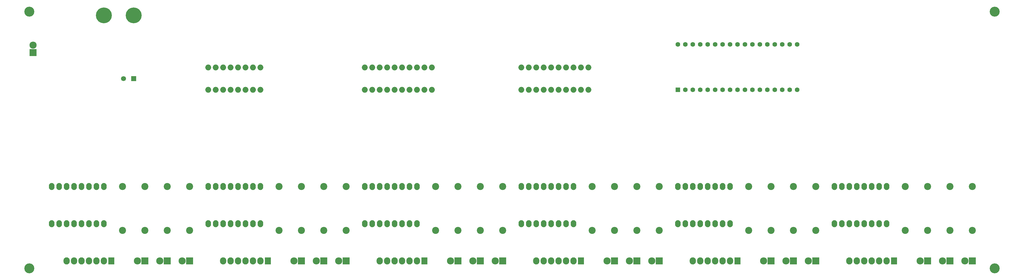
<source format=gbr>
G04 #@! TF.FileFunction,Soldermask,Top*
%FSLAX46Y46*%
G04 Gerber Fmt 4.6, Leading zero omitted, Abs format (unit mm)*
G04 Created by KiCad (PCBNEW 4.0.3-stable) date 09/05/16 17:50:14*
%MOMM*%
%LPD*%
G01*
G04 APERTURE LIST*
%ADD10C,0.100000*%
%ADD11O,2.000000X2.000000*%
%ADD12C,1.600000*%
%ADD13R,1.600000X1.600000*%
%ADD14C,2.398980*%
%ADD15C,3.400000*%
%ADD16C,1.700000*%
%ADD17R,1.700000X1.700000*%
%ADD18R,2.127200X2.432000*%
%ADD19O,2.127200X2.432000*%
%ADD20R,2.432000X2.432000*%
%ADD21O,2.432000X2.432000*%
%ADD22O,1.900000X2.400000*%
%ADD23C,5.401260*%
G04 APERTURE END LIST*
D10*
D11*
X214630000Y-104140000D03*
X217170000Y-104140000D03*
X219710000Y-104140000D03*
X222250000Y-104140000D03*
X224790000Y-104140000D03*
X227330000Y-104140000D03*
X229870000Y-104140000D03*
X232410000Y-104140000D03*
X234950000Y-104140000D03*
X237490000Y-104140000D03*
X237490000Y-96520000D03*
X234950000Y-96520000D03*
X232410000Y-96520000D03*
X229870000Y-96520000D03*
X227330000Y-96520000D03*
X224790000Y-96520000D03*
X222250000Y-96520000D03*
X219710000Y-96520000D03*
X217170000Y-96520000D03*
X214630000Y-96520000D03*
D12*
X267970000Y-88644000D03*
X270510000Y-88644000D03*
X273050000Y-88644000D03*
X275590000Y-88644000D03*
X278130000Y-88644000D03*
X280670000Y-88644000D03*
X283210000Y-88644000D03*
X285750000Y-88644000D03*
X288290000Y-88644000D03*
X290830000Y-88644000D03*
X293370000Y-88644000D03*
X295910000Y-88644000D03*
X298450000Y-88644000D03*
X300990000Y-88644000D03*
X303530000Y-88644000D03*
X306070000Y-88644000D03*
X308610000Y-88644000D03*
D13*
X267970000Y-104136000D03*
D12*
X270510000Y-104136000D03*
X273050000Y-104136000D03*
X275590000Y-104136000D03*
X278130000Y-104136000D03*
X280670000Y-104136000D03*
X283210000Y-104136000D03*
X285750000Y-104136000D03*
X288290000Y-104136000D03*
X290830000Y-104136000D03*
X293370000Y-104136000D03*
X295910000Y-104136000D03*
X298450000Y-104136000D03*
X300990000Y-104136000D03*
X303530000Y-104136000D03*
X306070000Y-104136000D03*
X308610000Y-104136000D03*
D14*
X353060000Y-137160000D03*
X353060000Y-152160000D03*
D15*
X46990000Y-165100000D03*
X46990000Y-77470000D03*
X375920000Y-165100000D03*
D16*
X79050000Y-100330000D03*
D17*
X82550000Y-100330000D03*
D18*
X74930000Y-162560000D03*
D19*
X72390000Y-162560000D03*
X69850000Y-162560000D03*
X67310000Y-162560000D03*
X64770000Y-162560000D03*
X62230000Y-162560000D03*
X59690000Y-162560000D03*
D20*
X86360000Y-162560000D03*
D21*
X83820000Y-162560000D03*
D20*
X93980000Y-162560000D03*
D21*
X91440000Y-162560000D03*
D20*
X101600000Y-162560000D03*
D21*
X99060000Y-162560000D03*
D18*
X128270000Y-162560000D03*
D19*
X125730000Y-162560000D03*
X123190000Y-162560000D03*
X120650000Y-162560000D03*
X118110000Y-162560000D03*
X115570000Y-162560000D03*
X113030000Y-162560000D03*
D20*
X139700000Y-162560000D03*
D21*
X137160000Y-162560000D03*
D11*
X107950000Y-104140000D03*
X110490000Y-104140000D03*
X113030000Y-104140000D03*
X115570000Y-104140000D03*
X118110000Y-104140000D03*
X120650000Y-104140000D03*
X123190000Y-104140000D03*
X125730000Y-104140000D03*
X125730000Y-96520000D03*
X123190000Y-96520000D03*
X120650000Y-96520000D03*
X118110000Y-96520000D03*
X115570000Y-96520000D03*
X113030000Y-96520000D03*
X110490000Y-96520000D03*
X107950000Y-96520000D03*
D20*
X147320000Y-162560000D03*
D21*
X144780000Y-162560000D03*
D20*
X154940000Y-162560000D03*
D21*
X152400000Y-162560000D03*
D18*
X181610000Y-162560000D03*
D19*
X179070000Y-162560000D03*
X176530000Y-162560000D03*
X173990000Y-162560000D03*
X171450000Y-162560000D03*
X168910000Y-162560000D03*
X166370000Y-162560000D03*
D20*
X193040000Y-162560000D03*
D21*
X190500000Y-162560000D03*
D11*
X161290000Y-104140000D03*
X163830000Y-104140000D03*
X166370000Y-104140000D03*
X168910000Y-104140000D03*
X171450000Y-104140000D03*
X173990000Y-104140000D03*
X176530000Y-104140000D03*
X179070000Y-104140000D03*
X181610000Y-104140000D03*
X184150000Y-104140000D03*
X184150000Y-96520000D03*
X181610000Y-96520000D03*
X179070000Y-96520000D03*
X176530000Y-96520000D03*
X173990000Y-96520000D03*
X171450000Y-96520000D03*
X168910000Y-96520000D03*
X166370000Y-96520000D03*
X163830000Y-96520000D03*
X161290000Y-96520000D03*
D20*
X200660000Y-162560000D03*
D21*
X198120000Y-162560000D03*
D20*
X208280000Y-162560000D03*
D21*
X205740000Y-162560000D03*
D18*
X234950000Y-162560000D03*
D19*
X232410000Y-162560000D03*
X229870000Y-162560000D03*
X227330000Y-162560000D03*
X224790000Y-162560000D03*
X222250000Y-162560000D03*
X219710000Y-162560000D03*
D20*
X246380000Y-162560000D03*
D21*
X243840000Y-162560000D03*
D20*
X254000000Y-162560000D03*
D21*
X251460000Y-162560000D03*
D20*
X261620000Y-162560000D03*
D21*
X259080000Y-162560000D03*
D18*
X288290000Y-162560000D03*
D19*
X285750000Y-162560000D03*
X283210000Y-162560000D03*
X280670000Y-162560000D03*
X278130000Y-162560000D03*
X275590000Y-162560000D03*
X273050000Y-162560000D03*
D20*
X299720000Y-162560000D03*
D21*
X297180000Y-162560000D03*
D20*
X307340000Y-162560000D03*
D21*
X304800000Y-162560000D03*
D20*
X314960000Y-162560000D03*
D21*
X312420000Y-162560000D03*
D18*
X341630000Y-162560000D03*
D19*
X339090000Y-162560000D03*
X336550000Y-162560000D03*
X334010000Y-162560000D03*
X331470000Y-162560000D03*
X328930000Y-162560000D03*
X326390000Y-162560000D03*
D20*
X353060000Y-162560000D03*
D21*
X350520000Y-162560000D03*
D20*
X360680000Y-162560000D03*
D21*
X358140000Y-162560000D03*
D20*
X368300000Y-162560000D03*
D21*
X365760000Y-162560000D03*
D14*
X78740000Y-137160000D03*
X78740000Y-152160000D03*
X86360000Y-137160000D03*
X86360000Y-152160000D03*
X93980000Y-137160000D03*
X93980000Y-152160000D03*
X101600000Y-137160000D03*
X101600000Y-152160000D03*
X132080000Y-137160000D03*
X132080000Y-152160000D03*
X139700000Y-137160000D03*
X139700000Y-152160000D03*
X147320000Y-137160000D03*
X147320000Y-152160000D03*
X154940000Y-137160000D03*
X154940000Y-152160000D03*
X185420000Y-137160000D03*
X185420000Y-152160000D03*
X193040000Y-137160000D03*
X193040000Y-152160000D03*
X200660000Y-137160000D03*
X200660000Y-152160000D03*
X208280000Y-137160000D03*
X208280000Y-152160000D03*
X238760000Y-137160000D03*
X238760000Y-152160000D03*
X246380000Y-137160000D03*
X246380000Y-152160000D03*
X254000000Y-137160000D03*
X254000000Y-152160000D03*
X261620000Y-137160000D03*
X261620000Y-152160000D03*
X292100000Y-137160000D03*
X292100000Y-152160000D03*
X299720000Y-137160000D03*
X299720000Y-152160000D03*
X307340000Y-137160000D03*
X307340000Y-152160000D03*
X314960000Y-137160000D03*
X314960000Y-152160000D03*
X345440000Y-137160000D03*
X345440000Y-152160000D03*
X360680000Y-137160000D03*
X360680000Y-152160000D03*
X368300000Y-137160000D03*
X368300000Y-152160000D03*
D22*
X72390000Y-149860000D03*
X72390000Y-137160000D03*
X69850000Y-149860000D03*
X69850000Y-137160000D03*
X67310000Y-149860000D03*
X67310000Y-137160000D03*
X64770000Y-149860000D03*
X64770000Y-137160000D03*
X62230000Y-149860000D03*
X62230000Y-137160000D03*
X59690000Y-149860000D03*
X59690000Y-137160000D03*
X57150000Y-149860000D03*
X57150000Y-137160000D03*
X54610000Y-149860000D03*
X54610000Y-137160000D03*
X125730000Y-149860000D03*
X125730000Y-137160000D03*
X123190000Y-149860000D03*
X123190000Y-137160000D03*
X120650000Y-149860000D03*
X120650000Y-137160000D03*
X118110000Y-149860000D03*
X118110000Y-137160000D03*
X115570000Y-149860000D03*
X115570000Y-137160000D03*
X113030000Y-149860000D03*
X113030000Y-137160000D03*
X110490000Y-149860000D03*
X110490000Y-137160000D03*
X107950000Y-149860000D03*
X107950000Y-137160000D03*
X179070000Y-149860000D03*
X179070000Y-137160000D03*
X176530000Y-149860000D03*
X176530000Y-137160000D03*
X173990000Y-149860000D03*
X173990000Y-137160000D03*
X171450000Y-149860000D03*
X171450000Y-137160000D03*
X168910000Y-149860000D03*
X168910000Y-137160000D03*
X166370000Y-149860000D03*
X166370000Y-137160000D03*
X163830000Y-149860000D03*
X163830000Y-137160000D03*
X161290000Y-149860000D03*
X161290000Y-137160000D03*
X232410000Y-149860000D03*
X232410000Y-137160000D03*
X229870000Y-149860000D03*
X229870000Y-137160000D03*
X227330000Y-149860000D03*
X227330000Y-137160000D03*
X224790000Y-149860000D03*
X224790000Y-137160000D03*
X222250000Y-149860000D03*
X222250000Y-137160000D03*
X219710000Y-149860000D03*
X219710000Y-137160000D03*
X217170000Y-149860000D03*
X217170000Y-137160000D03*
X214630000Y-149860000D03*
X214630000Y-137160000D03*
X285750000Y-149860000D03*
X285750000Y-137160000D03*
X283210000Y-149860000D03*
X283210000Y-137160000D03*
X280670000Y-149860000D03*
X280670000Y-137160000D03*
X278130000Y-149860000D03*
X278130000Y-137160000D03*
X275590000Y-149860000D03*
X275590000Y-137160000D03*
X273050000Y-149860000D03*
X273050000Y-137160000D03*
X270510000Y-149860000D03*
X270510000Y-137160000D03*
X267970000Y-149860000D03*
X267970000Y-137160000D03*
X339090000Y-149860000D03*
X339090000Y-137160000D03*
X336550000Y-149860000D03*
X336550000Y-137160000D03*
X334010000Y-149860000D03*
X334010000Y-137160000D03*
X331470000Y-149860000D03*
X331470000Y-137160000D03*
X328930000Y-149860000D03*
X328930000Y-137160000D03*
X326390000Y-149860000D03*
X326390000Y-137160000D03*
X323850000Y-149860000D03*
X323850000Y-137160000D03*
X321310000Y-149860000D03*
X321310000Y-137160000D03*
D23*
X72390000Y-78740000D03*
X82550000Y-78740000D03*
D15*
X375920000Y-77470000D03*
D20*
X48260000Y-91440000D03*
D21*
X48260000Y-88900000D03*
M02*

</source>
